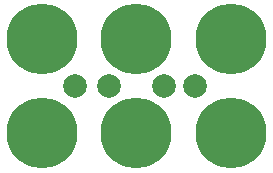
<source format=gbl>
%TF.GenerationSoftware,KiCad,Pcbnew,5.0.2-bee76a0~70~ubuntu16.04.1*%
%TF.CreationDate,2019-04-17T10:17:42-07:00*%
%TF.ProjectId,2x3-LED-RGB-TH-4PIN,3278332d-4c45-4442-9d52-47422d54482d,1.0*%
%TF.SameCoordinates,Original*%
%TF.FileFunction,Copper,L2,Bot*%
%TF.FilePolarity,Positive*%
%FSLAX46Y46*%
G04 Gerber Fmt 4.6, Leading zero omitted, Abs format (unit mm)*
G04 Created by KiCad (PCBNEW 5.0.2-bee76a0~70~ubuntu16.04.1) date Wed Apr 17 10:17:42 2019*
%MOMM*%
%LPD*%
G01*
G04 APERTURE LIST*
%ADD10C,2.000000*%
%ADD11C,6.000000*%
%ADD12C,0.350000*%
G04 APERTURE END LIST*
D10*
X53731400Y-63101720D03*
X58331400Y-63101720D03*
D11*
X48031400Y-67101720D03*
X48031400Y-59101720D03*
X64031400Y-59101720D03*
X64031400Y-67101720D03*
D10*
X61031400Y-63101720D03*
X50831400Y-63101720D03*
D11*
X56031400Y-59101720D03*
X56031400Y-67101720D03*
D12*
X53731400Y-63101720D03*
X58331400Y-63101720D03*
X48031400Y-67101720D03*
X48031400Y-59101720D03*
X64031400Y-59101720D03*
X64031400Y-67101720D03*
X61031400Y-63101720D03*
X50831400Y-63101720D03*
X56031400Y-59101720D03*
X56031400Y-67101720D03*
M02*

</source>
